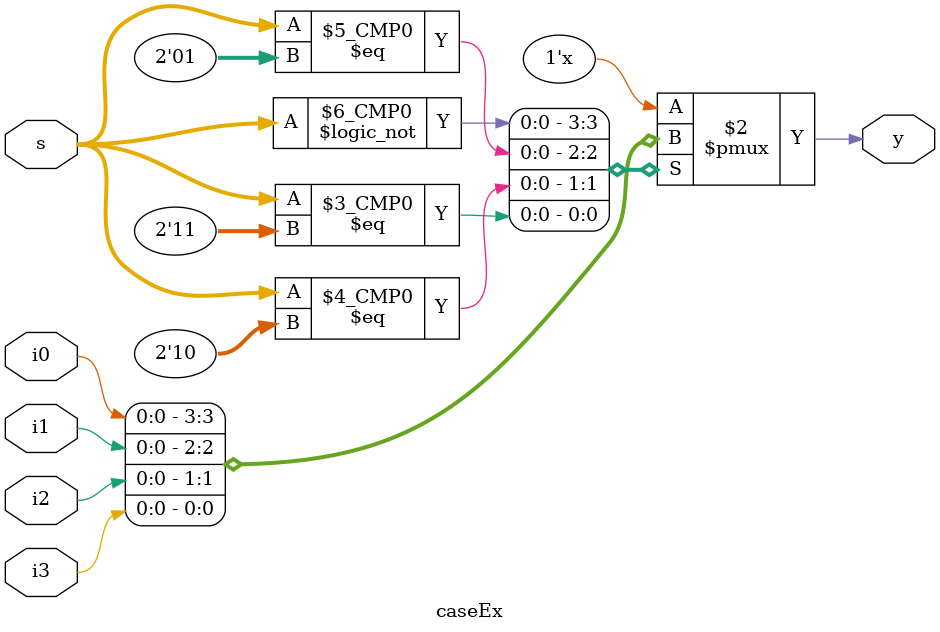
<source format=v>

module caseEx(
	input wire[1:0] s,
	input wire i0, i1, i2, i3, 
	output reg y
	);

always @(s)
begin
	case (s)
		0 : y = i0;
		2'b01 : y = i1;
		2 : y = i2;
		3 : y = i3;	
	endcase
end
endmodule
</source>
